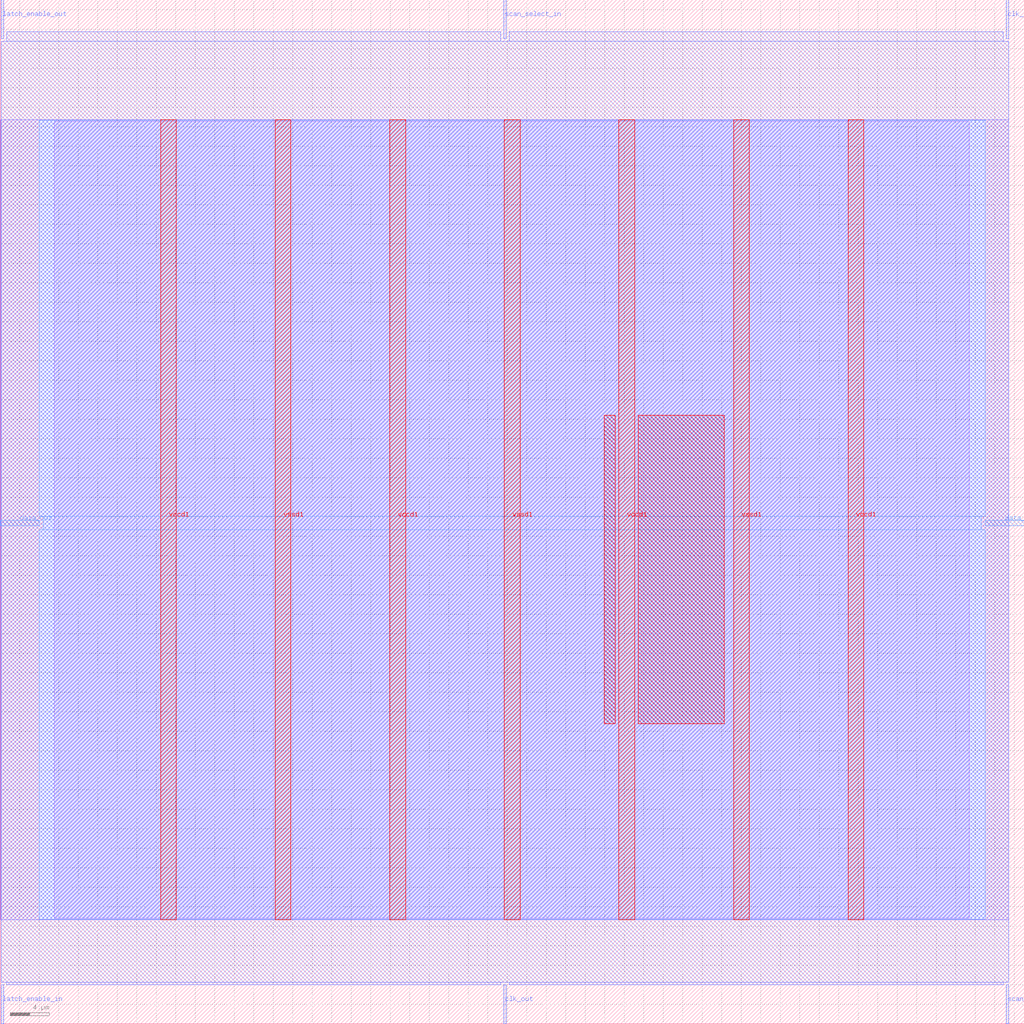
<source format=lef>
VERSION 5.7 ;
  NOWIREEXTENSIONATPIN ON ;
  DIVIDERCHAR "/" ;
  BUSBITCHARS "[]" ;
MACRO scan_wrapper_341457971277988435
  CLASS BLOCK ;
  FOREIGN scan_wrapper_341457971277988435 ;
  ORIGIN 0.000 0.000 ;
  SIZE 105.000 BY 105.000 ;
  PIN clk_in
    DIRECTION INPUT ;
    USE SIGNAL ;
    PORT
      LAYER met2 ;
        RECT 103.130 101.000 103.410 105.000 ;
    END
  END clk_in
  PIN clk_out
    DIRECTION OUTPUT TRISTATE ;
    USE SIGNAL ;
    PORT
      LAYER met2 ;
        RECT 51.610 0.000 51.890 4.000 ;
    END
  END clk_out
  PIN data_in
    DIRECTION INPUT ;
    USE SIGNAL ;
    PORT
      LAYER met3 ;
        RECT 101.000 51.040 105.000 51.640 ;
    END
  END data_in
  PIN data_out
    DIRECTION OUTPUT TRISTATE ;
    USE SIGNAL ;
    PORT
      LAYER met3 ;
        RECT 0.000 51.040 4.000 51.640 ;
    END
  END data_out
  PIN latch_enable_in
    DIRECTION INPUT ;
    USE SIGNAL ;
    PORT
      LAYER met2 ;
        RECT 0.090 0.000 0.370 4.000 ;
    END
  END latch_enable_in
  PIN latch_enable_out
    DIRECTION OUTPUT TRISTATE ;
    USE SIGNAL ;
    PORT
      LAYER met2 ;
        RECT 0.090 101.000 0.370 105.000 ;
    END
  END latch_enable_out
  PIN scan_select_in
    DIRECTION INPUT ;
    USE SIGNAL ;
    PORT
      LAYER met2 ;
        RECT 51.610 101.000 51.890 105.000 ;
    END
  END scan_select_in
  PIN scan_select_out
    DIRECTION OUTPUT TRISTATE ;
    USE SIGNAL ;
    PORT
      LAYER met2 ;
        RECT 103.130 0.000 103.410 4.000 ;
    END
  END scan_select_out
  PIN vccd1
    DIRECTION INOUT ;
    USE POWER ;
    PORT
      LAYER met4 ;
        RECT 16.465 10.640 18.065 92.720 ;
    END
    PORT
      LAYER met4 ;
        RECT 39.955 10.640 41.555 92.720 ;
    END
    PORT
      LAYER met4 ;
        RECT 63.445 10.640 65.045 92.720 ;
    END
    PORT
      LAYER met4 ;
        RECT 86.935 10.640 88.535 92.720 ;
    END
  END vccd1
  PIN vssd1
    DIRECTION INOUT ;
    USE GROUND ;
    PORT
      LAYER met4 ;
        RECT 28.210 10.640 29.810 92.720 ;
    END
    PORT
      LAYER met4 ;
        RECT 51.700 10.640 53.300 92.720 ;
    END
    PORT
      LAYER met4 ;
        RECT 75.190 10.640 76.790 92.720 ;
    END
  END vssd1
  OBS
      LAYER li1 ;
        RECT 5.520 10.795 99.360 92.565 ;
      LAYER met1 ;
        RECT 0.070 10.640 103.430 92.720 ;
      LAYER met2 ;
        RECT 0.650 100.720 51.330 101.730 ;
        RECT 52.170 100.720 102.850 101.730 ;
        RECT 0.100 4.280 103.400 100.720 ;
        RECT 0.650 4.000 51.330 4.280 ;
        RECT 52.170 4.000 102.850 4.280 ;
      LAYER met3 ;
        RECT 4.000 52.040 101.000 92.645 ;
        RECT 4.400 50.640 100.600 52.040 ;
        RECT 4.000 10.715 101.000 50.640 ;
      LAYER met4 ;
        RECT 61.935 30.775 63.045 62.385 ;
        RECT 65.445 30.775 74.225 62.385 ;
  END
END scan_wrapper_341457971277988435
END LIBRARY


</source>
